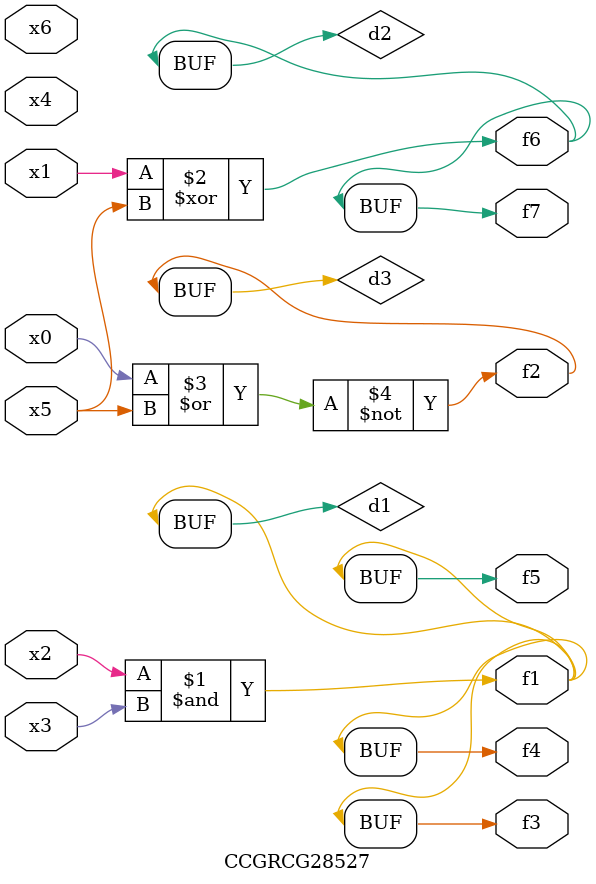
<source format=v>
module CCGRCG28527(
	input x0, x1, x2, x3, x4, x5, x6,
	output f1, f2, f3, f4, f5, f6, f7
);

	wire d1, d2, d3;

	and (d1, x2, x3);
	xor (d2, x1, x5);
	nor (d3, x0, x5);
	assign f1 = d1;
	assign f2 = d3;
	assign f3 = d1;
	assign f4 = d1;
	assign f5 = d1;
	assign f6 = d2;
	assign f7 = d2;
endmodule

</source>
